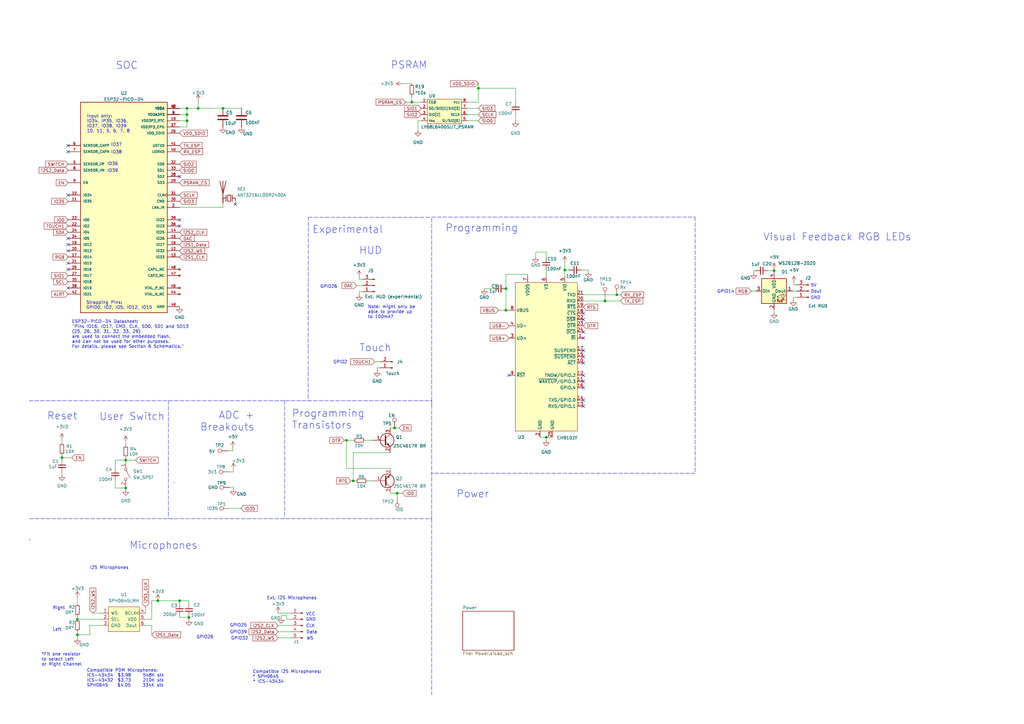
<source format=kicad_sch>
(kicad_sch (version 20211123) (generator eeschema)
  (paper "A3")
  (title_block (title "Open Source Smart Glasses") (date "2022-10-14") (rev "V0.5") (company "Team Open Smart Glasses") (comment 1 "Cayden Pierce, Paul Hamilton, Nicholas Gray") (comment 2 "MIT License"))
  (junction (at 51.562 188.722))
  (junction (at 31.75 260.35))
  (junction (at 73.66 246.38))
  (junction (at 77.47 253.238))
  (junction (at 31.75 254))
  (junction (at 76.708 44.45))
  (junction (at 76.708 46.99))
  (junction (at 76.708 49.53))
  (junction (at 248.158 123.444))
  (junction (at 317.5 110.998))
  (junction (at 144.907 197.231))
  (junction (at 81.28 44.45))
  (junction (at 207.518 127.254))
  (junction (at 168.91 41.91))
  (junction (at 91.44 44.45))
  (junction (at 162.9156 202.311))
  (junction (at 51.562 200.152))
  (junction (at 231.648 110.744))
  (junction (at 196.215 36.195))
  (junction (at 207.518 118.364))
  (junction (at 25.4 187.706))
  (junction (at 224.028 179.324))
  (junction (at 161.8234 175.514))
  (junction (at 252.984 120.904))
  (junction (at 142.113 180.594))
  (junction (at 64.77 246.38))
  (no_connect (at 27.94 110.49))
  (no_connect (at 239.268 131.064))
  (no_connect (at 96.52 83.82))
  (no_connect (at 239.268 143.764))
  (no_connect (at 239.268 146.304))
  (no_connect (at 239.268 136.144))
  (no_connect (at 27.94 59.69))
  (no_connect (at 239.268 148.844))
  (no_connect (at 239.268 138.684))
  (no_connect (at 208.788 153.924))
  (no_connect (at 73.66 92.71))
  (no_connect (at 73.66 72.39))
  (no_connect (at 239.268 156.464))
  (no_connect (at 27.94 102.87))
  (no_connect (at 27.94 107.95))
  (no_connect (at 27.94 118.11))
  (no_connect (at 27.94 100.33))
  (no_connect (at 27.94 97.79))
  (no_connect (at 73.66 90.17))
  (no_connect (at 27.94 80.01))
  (no_connect (at 27.94 62.23))
  (no_connect (at 239.268 128.524))
  (no_connect (at 239.268 164.084))
  (no_connect (at 239.268 166.624))
  (no_connect (at 239.268 153.924))
  (no_connect (at 239.268 159.004))
  (wire (pts (xy 231.648 110.744) (xy 231.648 113.284)))
  (wire (pts (xy 171.45 53.34) (xy 171.45 49.53)))
  (wire (pts (xy 145.7198 197.231) (xy 144.907 197.231)))
  (wire (pts (xy 239.268 120.904) (xy 252.984 120.904)))
  (wire (pts (xy 196.215 41.91) (xy 196.215 36.195)))
  (wire (pts (xy 47.244 188.722) (xy 51.562 188.722)))
  (wire (pts (xy 238.506 110.744) (xy 241.3 110.744)))
  (wire (pts (xy 143.891 197.231) (xy 144.907 197.231)))
  (polyline (pts (xy 126.492 89.154) (xy 176.784 89.154)))
  (wire (pts (xy 221.488 179.324) (xy 224.028 179.324)))
  (wire (pts (xy 309.88 110.998) (xy 309.118 110.998)))
  (wire (pts (xy 51.562 200.152) (xy 47.244 200.152)))
  (wire (pts (xy 224.028 179.324) (xy 226.568 179.324)))
  (wire (pts (xy 204.47 127.254) (xy 207.518 127.254)))
  (wire (pts (xy 95.758 200.406) (xy 95.758 199.898)))
  (wire (pts (xy 31.75 252.73) (xy 31.75 254)))
  (wire (pts (xy 25.4 187.706) (xy 25.4 188.722)))
  (wire (pts (xy 51.562 199.644) (xy 51.562 200.152)))
  (polyline (pts (xy 12.065 212.725) (xy 177.038 212.725)))
  (wire (pts (xy 73.66 253.238) (xy 73.66 252.73)))
  (polyline (pts (xy 69.088 164.338) (xy 69.088 212.725)))
  (polyline (pts (xy 177.038 89.027) (xy 285.115 89.027)))
  (wire (pts (xy 114.046 259.08) (xy 119.126 259.08)))
  (wire (pts (xy 144.907 185.674) (xy 144.907 197.231)))
  (wire (pts (xy 51.562 188.722) (xy 55.626 188.722)))
  (wire (pts (xy 202.438 118.364) (xy 198.628 118.364)))
  (polyline (pts (xy 177.038 212.725) (xy 177.038 284.988)))
  (polyline (pts (xy 285.0896 89.0016) (xy 285.0896 194.1068)))
  (polyline (pts (xy 285.0896 194.1068) (xy 176.9872 194.1068)))
  (wire (pts (xy 165.1 34.29) (xy 168.91 34.29)))
  (wire (pts (xy 148.59 114.554) (xy 147.32 114.554)))
  (polyline (pts (xy 12.1158 220.98) (xy 12.1158 221.5896)))
  (wire (pts (xy 207.518 118.364) (xy 207.518 127.254)))
  (wire (pts (xy 146.304 117.094) (xy 148.59 117.094)))
  (polyline (pts (xy 116.713 164.338) (xy 116.713 212.725)))
  (polyline (pts (xy 177.038 164.338) (xy 177.038 165.989)))
  (wire (pts (xy 76.708 49.53) (xy 76.708 46.99)))
  (wire (pts (xy 224.028 179.324) (xy 224.028 180.34)))
  (wire (pts (xy 168.91 39.37) (xy 168.91 41.91)))
  (wire (pts (xy 150.7998 197.231) (xy 152.527 197.231)))
  (wire (pts (xy 77.47 253.238) (xy 77.47 254)))
  (wire (pts (xy 196.215 36.195) (xy 211.455 36.195)))
  (wire (pts (xy 51.562 187.706) (xy 51.562 188.722)))
  (polyline (pts (xy 11.938 164.338) (xy 71.501 164.338)))
  (wire (pts (xy 224.028 103.378) (xy 224.028 105.664)))
  (wire (pts (xy 115.316 252.476) (xy 115.316 253.111)))
  (wire (pts (xy 73.66 46.99) (xy 76.708 46.99)))
  (wire (pts (xy 191.77 41.91) (xy 196.215 41.91)))
  (wire (pts (xy 144.78 180.594) (xy 142.113 180.594)))
  (wire (pts (xy 196.215 34.29) (xy 196.215 36.195)))
  (wire (pts (xy 166.37 41.91) (xy 168.91 41.91)))
  (wire (pts (xy 165.1 202.311) (xy 162.9156 202.311)))
  (wire (pts (xy 317.5 110.49) (xy 317.5 110.998)))
  (wire (pts (xy 252.984 120.904) (xy 254.508 120.904)))
  (wire (pts (xy 76.708 44.45) (xy 81.28 44.45)))
  (wire (pts (xy 95.504 184.912) (xy 93.472 184.912)))
  (wire (pts (xy 62.23 256.54) (xy 62.23 260.35)))
  (polyline (pts (xy 117.094 164.338) (xy 177.038 164.338)))
  (wire (pts (xy 248.158 123.444) (xy 254.508 123.444)))
  (wire (pts (xy 207.518 127.254) (xy 208.788 127.254)))
  (wire (pts (xy 119.126 254) (xy 117.602 254)))
  (wire (pts (xy 95.504 183.642) (xy 95.504 184.912)))
  (wire (pts (xy 326.644 121.92) (xy 325.374 121.92)))
  (wire (pts (xy 191.77 49.53) (xy 196.215 49.53)))
  (wire (pts (xy 94.234 208.534) (xy 98.806 208.534)))
  (wire (pts (xy 77.47 252.73) (xy 77.47 253.238)))
  (wire (pts (xy 219.71 103.378) (xy 224.028 103.378)))
  (wire (pts (xy 211.455 46.99) (xy 211.455 49.53)))
  (wire (pts (xy 154.686 150.876) (xy 154.686 151.892)))
  (wire (pts (xy 95.758 192.532) (xy 95.758 193.548)))
  (wire (pts (xy 241.3 110.744) (xy 241.3 111.252)))
  (wire (pts (xy 73.66 49.53) (xy 76.708 49.53)))
  (wire (pts (xy 95.758 193.548) (xy 93.98 193.548)))
  (wire (pts (xy 216.408 113.284) (xy 216.408 112.522)))
  (wire (pts (xy 114.046 256.54) (xy 119.126 256.54)))
  (polyline (pts (xy 126.365 115.951) (xy 126.365 164.465)))
  (wire (pts (xy 36.83 260.35) (xy 31.75 260.35)))
  (wire (pts (xy 73.66 246.38) (xy 73.66 247.65)))
  (wire (pts (xy 47.244 200.152) (xy 47.244 197.104)))
  (wire (pts (xy 73.66 44.45) (xy 76.708 44.45)))
  (wire (pts (xy 59.69 254) (xy 62.23 254)))
  (wire (pts (xy 91.44 44.45) (xy 99.06 44.45)))
  (wire (pts (xy 142.113 180.594) (xy 142.113 192.151)))
  (wire (pts (xy 31.75 245.11) (xy 31.75 247.65)))
  (wire (pts (xy 73.66 246.38) (xy 77.47 246.38)))
  (wire (pts (xy 59.69 256.54) (xy 62.23 256.54)))
  (polyline (pts (xy 126.492 115.57) (xy 126.492 89.154)))
  (wire (pts (xy 142.113 192.151) (xy 160.147 192.151)))
  (wire (pts (xy 162.9156 202.311) (xy 162.9156 203.8858)))
  (wire (pts (xy 41.91 254) (xy 31.75 254)))
  (wire (pts (xy 325.628 116.84) (xy 325.628 115.824)))
  (wire (pts (xy 41.91 256.54) (xy 36.83 256.54)))
  (wire (pts (xy 47.244 192.024) (xy 47.244 188.722)))
  (wire (pts (xy 161.8234 175.514) (xy 160.02 175.514)))
  (wire (pts (xy 147.32 119.634) (xy 147.32 120.65)))
  (wire (pts (xy 325.374 121.92) (xy 325.374 122.936)))
  (wire (pts (xy 91.44 85.09) (xy 91.44 83.82)))
  (wire (pts (xy 117.602 252.476) (xy 115.316 252.476)))
  (wire (pts (xy 309.118 110.998) (xy 309.118 111.76)))
  (wire (pts (xy 168.91 41.91) (xy 172.72 41.91)))
  (wire (pts (xy 231.648 110.744) (xy 233.426 110.744)))
  (wire (pts (xy 141.224 180.594) (xy 142.113 180.594)))
  (wire (pts (xy 31.75 259.08) (xy 31.75 260.35)))
  (wire (pts (xy 148.59 119.634) (xy 147.32 119.634)))
  (wire (pts (xy 62.23 254) (xy 62.23 246.38)))
  (wire (pts (xy 31.75 260.35) (xy 31.75 261.62)))
  (wire (pts (xy 117.602 254) (xy 117.602 252.476)))
  (wire (pts (xy 224.028 110.744) (xy 224.028 113.284)))
  (wire (pts (xy 36.83 256.54) (xy 36.83 260.35)))
  (wire (pts (xy 248.158 121.92) (xy 248.158 123.444)))
  (wire (pts (xy 317.5 127) (xy 317.5 128.016)))
  (wire (pts (xy 73.66 52.07) (xy 76.708 52.07)))
  (wire (pts (xy 308.102 119.38) (xy 309.88 119.38)))
  (wire (pts (xy 191.77 44.45) (xy 196.215 44.45)))
  (wire (pts (xy 160.02 185.674) (xy 144.907 185.674)))
  (polyline (pts (xy 177.038 165.989) (xy 177.038 212.725)))
  (wire (pts (xy 314.96 110.998) (xy 317.5 110.998)))
  (wire (pts (xy 317.5 110.998) (xy 317.5 111.76)))
  (wire (pts (xy 119.126 251.46) (xy 114.046 251.46)))
  (wire (pts (xy 155.956 150.876) (xy 154.686 150.876)))
  (wire (pts (xy 64.77 246.38) (xy 73.66 246.38)))
  (wire (pts (xy 25.4 193.802) (xy 25.4 194.564)))
  (wire (pts (xy 239.268 123.444) (xy 248.158 123.444)))
  (wire (pts (xy 51.562 200.152) (xy 51.562 200.66)))
  (polyline (pts (xy 71.247 197.866) (xy 71.501 197.866)))
  (wire (pts (xy 207.518 112.522) (xy 207.518 118.364)))
  (wire (pts (xy 76.708 46.99) (xy 76.708 44.45)))
  (wire (pts (xy 207.518 112.522) (xy 216.408 112.522)))
  (wire (pts (xy 73.66 85.09) (xy 91.44 85.09)))
  (wire (pts (xy 76.708 52.07) (xy 76.708 49.53)))
  (wire (pts (xy 25.4 180.34) (xy 25.4 181.61)))
  (wire (pts (xy 114.046 261.62) (xy 119.126 261.62)))
  (wire (pts (xy 62.23 246.38) (xy 64.77 246.38)))
  (wire (pts (xy 51.562 181.356) (xy 51.562 182.626)))
  (wire (pts (xy 51.562 188.722) (xy 51.562 189.484)))
  (wire (pts (xy 219.71 105.156) (xy 219.71 103.378)))
  (wire (pts (xy 59.69 248.92) (xy 59.69 251.46)))
  (wire (pts (xy 81.28 44.45) (xy 91.44 44.45)))
  (wire (pts (xy 153.67 148.336) (xy 155.956 148.336)))
  (wire (pts (xy 231.648 107.696) (xy 231.648 110.744)))
  (wire (pts (xy 38.1 251.46) (xy 41.91 251.46)))
  (wire (pts (xy 77.47 253.238) (xy 73.66 253.238)))
  (wire (pts (xy 147.32 114.554) (xy 147.32 113.538)))
  (wire (pts (xy 211.455 36.195) (xy 211.455 41.91)))
  (wire (pts (xy 149.86 180.594) (xy 152.4 180.594)))
  (wire (pts (xy 25.4 187.706) (xy 29.464 187.706)))
  (wire (pts (xy 95.758 199.898) (xy 94.234 199.898)))
  (polyline (pts (xy 71.501 164.338) (xy 117.094 164.338)))
  (polyline (pts (xy 177.038 164.338) (xy 177.038 89.027)))
  (wire (pts (xy 191.77 46.99) (xy 196.215 46.99)))
  (wire (pts (xy 162.9156 202.311) (xy 160.147 202.311)))
  (wire (pts (xy 163.703 175.514) (xy 161.8234 175.514)))
  (wire (pts (xy 25.4 186.69) (xy 25.4 187.706)))
  (wire (pts (xy 77.47 247.65) (xy 77.47 246.38)))
  (wire (pts (xy 171.45 49.53) (xy 172.72 49.53)))
  (wire (pts (xy 325.12 119.38) (xy 326.644 119.38)))
  (wire (pts (xy 81.28 41.402) (xy 81.28 44.45)))
  (wire (pts (xy 326.644 116.84) (xy 325.628 116.84)))
  (text "Ext. i2S Microphones" (at 109.474 246.126 0) (effects (font (size 1.27 1.27)) (justify left bottom)))
  (text "GPIO32" (at 94.742 262.636 0) (effects (font (size 1.27 1.27)) (justify left bottom)))
  (text "GPIO25" (at 94.234 257.302 0) (effects (font (size 1.27 1.27)) (justify left bottom)))
  (text "HUD" (at 156.718 104.648 180) (effects (font (size 3 3)) (justify right bottom)))
  (text "5V" (at 332.486 117.856 0) (effects (font (size 1.27 1.27)) (justify left bottom)))
  (text "Right" (at 21.59 250.19 0) (effects (font (size 1.27 1.27)) (justify left bottom)))
  (text "SOC" (at 56.642 28.702 180) (effects (font (size 3 3)) (justify right bottom)))
  (text "Programming\n" (at 212.5472 95.4024 180) (effects (font (size 3 3)) (justify right bottom)))
  (text "GND" (at 332.486 122.936 0) (effects (font (size 1.27 1.27)) (justify left bottom)))
  (text "GPIO39" (at 94.234 260.096 0) (effects (font (size 1.27 1.27)) (justify left bottom)))
  (text "Reset" (at 31.75 172.466 180) (effects (font (size 3 3)) (justify right bottom)))
  (text "Input only:\nIO34, IP35, IO36,\nIO37, IO38, IO39\n10, 11, 5, 6, 7, 8" (at 35.56 54.61 0) (effects (font (size 1.27 1.27)) (justify left bottom)))
  (text "Visual Feedback RGB LEDs" (at 373.888 99.06 180) (effects (font (size 3 3)) (justify right bottom)))
  (text "GND" (at 125.476 254.889 0) (effects (font (size 1.27 1.27)) (justify left bottom)))
  (text "Touch" (at 160.528 144.526 180) (effects (font (size 3 3)) (justify right bottom)))
  (text "*Fit one resistor\nto select Left \nor Right Channel" (at 17.018 273.304 0) (effects (font (size 1.27 1.27)) (justify left bottom)))
  (text "ESP32-PICO-D4 Datasheet: \n\"Pins IO16, IO17, CMD, CLK, SD0, SD1 and SD13\n(25, 26, 30, 31, 32, 33, 29)\nare used to connect the embedded flash, \nand can not be used for other purposes. \nFor details, please see Section 6 Schematics.\"" (at 29.464 143.002 0) (effects (font (size 1.27 1.27)) (justify left bottom)))
  (text "IO36" (at 43.942 68.072 0) (effects (font (size 1.27 1.27)) (justify left bottom)))
  (text "GPIO2" (at 136.652 149.352 0) (effects (font (size 1.27 1.27)) (justify left bottom)))
  (text "Left" (at 21.59 259.08 0) (effects (font (size 1.27 1.27)) (justify left bottom)))
  (text "Note: might only be\nable to provide up\nto 100mA?" (at 150.876 130.81 0) (effects (font (size 1.27 1.27)) (justify left bottom)))
  (text "Microphones" (at 81.1276 225.6028 180) (effects (font (size 3 3)) (justify right bottom)))
  (text "Compatible PDM Microphones:\nICS-43434  $3.98     548K stk\nICS-43432  $3.73     210K stk\nSPH0645    $4.05     334K stk" (at 35.56 281.94 0) (effects (font (size 1.27 1.27)) (justify left bottom)))
  (text "User Switch" (at 67.564 172.72 180) (effects (font (size 3 3)) (justify right bottom)))
  (text "ADC +\nBreakouts" (at 104.394 177.038 180) (effects (font (size 3 3)) (justify right bottom)))
  (text "GPIO26" (at 80.518 262.128 0) (effects (font (size 1.27 1.27)) (justify left bottom)))
  (text "Strapping Pins:\nGPIO0, IO2, IO5, IO12, IO15" (at 35.306 127 0) (effects (font (size 1.27 1.27)) (justify left bottom)))
  (text "PSRAM" (at 175.26 28.575 180) (effects (font (size 3 3)) (justify right bottom)))
  (text "CLK" (at 125.476 257.556 0) (effects (font (size 1.27 1.27)) (justify left bottom)))
  (text "Power\n" (at 200.66 204.47 180) (effects (font (size 3 3)) (justify right bottom)))
  (text "I2S Microphones" (at 36.83 233.68 0) (effects (font (size 1.27 1.27)) (justify left bottom)))
  (text "WS" (at 125.73 262.636 0) (effects (font (size 1.27 1.27)) (justify left bottom)))
  (text "Data" (at 125.603 260.096 0) (effects (font (size 1.27 1.27)) (justify left bottom)))
  (text "Compatible i2S Microphones:\n* SPH0645\n* ICS-43434" (at 103.632 280.416 0) (effects (font (size 1.27 1.27)) (justify left bottom)))
  (text "Experimental" (at 157.226 96.012 180) (effects (font (size 3 3)) (justify right bottom)))
  (text "GPIO14" (at 294.132 120.396 0) (effects (font (size 1.27 1.27)) (justify left bottom)))
  (text "VCC" (at 125.476 252.73 0) (effects (font (size 1.27 1.27)) (justify left bottom)))
  (text "GPIO26" (at 131.318 118.364 0) (effects (font (size 1.27 1.27)) (justify left bottom)))
  (text "IO39" (at 43.942 70.866 0) (effects (font (size 1.27 1.27)) (justify left bottom)))
  (text "IO38" (at 45.466 63.246 0) (effects (font (size 1.27 1.27)) (justify left bottom)))
  (text "Programming\nTransistors\n" (at 119.634 176.276 0) (effects (font (size 3 3)) (justify left bottom)))
  (text "IO37" (at 45.466 60.198 0) (effects (font (size 1.27 1.27)) (justify left bottom)))
  (text "Dout" (at 332.486 120.396 0) (effects (font (size 1.27 1.27)) (justify left bottom)))
  (global_label "TX_ESP" (shape input) (at 73.66 59.69 0) (property "Intersheet References" "${INTERSHEET_REFS}" (effects hide)))
  (global_label "USB+" (shape input) (at 208.788 138.684 180) (property "Intersheet References" "${INTERSHEET_REFS}" (effects hide)))
  (global_label "SCLK" (shape input) (at 196.215 46.99 0) (property "Intersheet References" "${INTERSHEET_REFS}" (effects hide)))
  (global_label "IO0" (shape input) (at 165.1 202.311 0) (property "Intersheet References" "${INTERSHEET_REFS}" (effects hide)))
  (global_label "VDD_SDIO" (shape input) (at 73.66 54.61 0) (property "Intersheet References" "${INTERSHEET_REFS}" (effects hide)))
  (global_label "EN" (shape input) (at 27.94 74.93 180) (property "Intersheet References" "${INTERSHEET_REFS}" (effects hide)))
  (global_label "TOUCH1" (shape input) (at 153.67 148.336 180) (property "Intersheet References" "${INTERSHEET_REFS}" (effects hide)))
  (global_label "VDD_SDIO" (shape input) (at 196.215 34.29 180) (property "Intersheet References" "${INTERSHEET_REFS}" (effects hide)))
  (global_label "TOUCH1" (shape input) (at 27.94 92.71 180) (property "Intersheet References" "${INTERSHEET_REFS}" (effects hide)))
  (global_label "ALRT" (shape input) (at 27.94 120.65 180) (property "Intersheet References" "${INTERSHEET_REFS}" (effects hide)))
  (global_label "i2S1_CLK" (shape input) (at 73.66 105.41 0) (property "Intersheet References" "${INTERSHEET_REFS}" (effects hide)))
  (global_label "DTR" (shape input) (at 239.268 133.604 0) (property "Intersheet References" "${INTERSHEET_REFS}" (effects hide)))
  (global_label "DTR" (shape input) (at 141.224 180.594 180) (property "Intersheet References" "${INTERSHEET_REFS}" (effects hide)))
  (global_label "SIO3" (shape input) (at 73.66 82.55 0) (property "Intersheet References" "${INTERSHEET_REFS}" (effects hide)))
  (global_label "DAC" (shape input) (at 146.304 117.094 180) (property "Intersheet References" "${INTERSHEET_REFS}" (effects hide)))
  (global_label "i2S2_CLK" (shape input) (at 114.046 256.54 180) (property "Intersheet References" "${INTERSHEET_REFS}" (effects hide)))
  (global_label "RGB" (shape input) (at 308.102 119.38 180) (property "Intersheet References" "${INTERSHEET_REFS}" (effects hide)))
  (global_label "DAC" (shape input) (at 73.66 97.79 0) (property "Intersheet References" "${INTERSHEET_REFS}" (effects hide)))
  (global_label "RX_ESP" (shape input) (at 73.66 62.23 0) (property "Intersheet References" "${INTERSHEET_REFS}" (effects hide)))
  (global_label "SIO3" (shape input) (at 196.215 44.45 0) (property "Intersheet References" "${INTERSHEET_REFS}" (effects hide)))
  (global_label "i2S2_WS" (shape input) (at 38.1 251.46 90) (property "Intersheet References" "${INTERSHEET_REFS}" (effects hide)))
  (global_label "RTS" (shape input) (at 143.891 197.231 180) (property "Intersheet References" "${INTERSHEET_REFS}" (effects hide)))
  (global_label "PSRAM_CS" (shape input) (at 166.37 41.91 180) (property "Intersheet References" "${INTERSHEET_REFS}" (effects hide)))
  (global_label "RGB" (shape input) (at 27.94 105.41 180) (property "Intersheet References" "${INTERSHEET_REFS}" (effects hide)))
  (global_label "i2S1_CLK" (shape input) (at 59.69 248.92 90) (property "Intersheet References" "${INTERSHEET_REFS}" (effects hide)))
  (global_label "IO35" (shape input) (at 98.806 208.534 0) (property "Intersheet References" "${INTERSHEET_REFS}" (effects hide)))
  (global_label "IO0" (shape input) (at 27.94 90.17 180) (property "Intersheet References" "${INTERSHEET_REFS}" (effects hide)))
  (global_label "i2S2_Data" (shape input) (at 27.94 69.85 180) (property "Intersheet References" "${INTERSHEET_REFS}" (effects hide)))
  (global_label "i2S2_WS" (shape input) (at 114.046 261.62 180) (property "Intersheet References" "${INTERSHEET_REFS}" (effects hide)))
  (global_label "SCLK" (shape input) (at 73.66 80.01 0) (property "Intersheet References" "${INTERSHEET_REFS}" (effects hide)))
  (global_label "TX_ESP" (shape input) (at 254.508 123.444 0) (property "Intersheet References" "${INTERSHEET_REFS}" (effects hide)))
  (global_label "SIO0" (shape input) (at 73.66 69.85 0) (property "Intersheet References" "${INTERSHEET_REFS}" (effects hide)))
  (global_label "USB-" (shape input) (at 208.788 133.604 180) (property "Intersheet References" "${INTERSHEET_REFS}" (effects hide)))
  (global_label "EN" (shape input) (at 29.464 187.706 0) (property "Intersheet References" "${INTERSHEET_REFS}" (effects hide)))
  (global_label "SIO1" (shape input) (at 172.72 44.45 180) (property "Intersheet References" "${INTERSHEET_REFS}" (effects hide)))
  (global_label "i2S1_Data" (shape input) (at 73.66 100.33 0) (property "Intersheet References" "${INTERSHEET_REFS}" (effects hide)))
  (global_label "SIO1" (shape input) (at 27.94 113.03 180) (property "Intersheet References" "${INTERSHEET_REFS}" (effects hide)))
  (global_label "SIO0" (shape input) (at 196.215 49.53 0) (property "Intersheet References" "${INTERSHEET_REFS}" (effects hide)))
  (global_label "SIO2" (shape input) (at 73.66 67.31 0) (property "Intersheet References" "${INTERSHEET_REFS}" (effects hide)))
  (global_label "VBUS" (shape input) (at 204.47 127.254 180) (property "Intersheet References" "${INTERSHEET_REFS}" (effects hide)))
  (global_label "i2S2_WS" (shape input) (at 73.66 102.87 0) (property "Intersheet References" "${INTERSHEET_REFS}" (effects hide)))
  (global_label "PSRAM_CS" (shape input) (at 73.66 74.93 0) (property "Intersheet References" "${INTERSHEET_REFS}" (effects hide)))
  (global_label "SDA" (shape input) (at 27.94 95.25 180) (property "Intersheet References" "${INTERSHEET_REFS}" (effects hide)))
  (global_label "IO35" (shape input) (at 27.94 82.55 180) (property "Intersheet References" "${INTERSHEET_REFS}" (effects hide)))
  (global_label "SWITCH" (shape input) (at 55.626 188.722 0) (property "Intersheet References" "${INTERSHEET_REFS}" (effects hide)))
  (global_label "i2S1_Data" (shape input) (at 62.23 260.35 0) (property "Intersheet References" "${INTERSHEET_REFS}" (effects hide)))
  (global_label "SWITCH" (shape input) (at 27.94 67.31 180) (property "Intersheet References" "${INTERSHEET_REFS}" (effects hide)))
  (global_label "i2S2_Data" (shape input) (at 114.046 259.08 180) (property "Intersheet References" "${INTERSHEET_REFS}" (effects hide)))
  (global_label "EN" (shape input) (at 163.703 175.514 0) (property "Intersheet References" "${INTERSHEET_REFS}" (effects hide)))
  (global_label "SIO2" (shape input) (at 172.72 46.99 180) (property "Intersheet References" "${INTERSHEET_REFS}" (effects hide)))
  (global_label "RX_ESP" (shape input) (at 254.508 120.904 0) (property "Intersheet References" "${INTERSHEET_REFS}" (effects hide)))
  (global_label "RTS" (shape input) (at 239.268 125.984 0) (property "Intersheet References" "${INTERSHEET_REFS}" (effects hide)))
  (global_label "i2S2_CLK" (shape input) (at 73.66 95.25 0) (property "Intersheet References" "${INTERSHEET_REFS}" (effects hide)))
  (global_label "SCL" (shape input) (at 27.94 115.57 180) (property "Intersheet References" "${INTERSHEET_REFS}" (effects hide)))
  (symbol (lib_id "OSSG_components_lib:SPH0645LMH") (at 50.8 254 0) (unit 1)
    (property "Reference" "U1" (at 50.8 243.84 0))
    (property "Value" "SPH0645LMH" (at 50.8 246.38 0))
    (property "Footprint" "OSSG_footprints:MIC_SPH0645LM4H-B" (effects hide))
  )
  (symbol (lib_id "Connector:TestPoint") (at 161.8234 175.514 0) (unit 1)
    (property "Reference" "TP5" (at 156.972 173.736 0) (effects (justify left)))
    (property "Value" "EN" (at 159.2834 170.434 0) (effects (justify left)))
    (property "Footprint" "OSSG_footprints:Breakout_pads_very_small" (effects hide))
  )
  (symbol (lib_id "power:+3V3") (at 165.1 34.29 90) (unit 1)
    (property "Reference" "#PWR0109" (effects hide))
    (property "Value" "+3V3" (at 161.29 34.2899 90) (effects (justify left)))
  )
  (symbol (lib_id "power:GND") (at 317.5 128.016 0) (unit 1)
    (property "Reference" "#PWR024" (effects hide))
    (property "Value" "GND" (at 317.5 131.826 0))
  )
  (symbol (lib_id "power:GND") (at 51.562 200.66 0) (unit 1)
    (property "Reference" "#PWR08" (effects hide))
    (property "Value" "GND" (at 51.562 205.359 0))
  )
  (symbol (lib_id "power:GND") (at 241.3 111.252 0) (unit 1)
    (property "Reference" "#PWR022" (effects hide))
    (property "Value" "GND" (at 241.3 114.808 0))
  )
  (symbol (lib_id "Device:C_Small") (at 211.455 44.45 0) (mirror y) (unit 1)
    (property "Reference" "C7" (at 209.931 42.672 0) (effects (justify left)))
    (property "Value" "100nF" (at 210.439 46.482 0) (effects (justify left)))
    (property "Footprint" "Capacitor_SMD:C_0402_1005Metric" (effects hide))
    (property "Datasheet" "https://datasheet.lcsc.com/lcsc/1811141742_FH-Guangdong-Fenghua-Advanced-Tech-0402B104K160NT_C41851.pdf" (effects hide))
    (property "MPN_LCSC" "C41851" (effects hide))
    (property "Price_LCSC" "0.0009" (effects hide))
    (property "LinkLCSC" "https://lcsc.com/product-detail/Multilayer-Ceramic-Capacitors-MLCC-SMD-SMT_FH-Guangdong-Fenghua-Advanced-Tech-0402B104K160NT_C41851.html" (effects hide))
  )
  (symbol (lib_id "power:GND") (at 309.118 111.76 0) (unit 1)
    (property "Reference" "#PWR0102" (effects hide))
    (property "Value" "GND" (at 305.816 114.046 0))
  )
  (symbol (lib_id "Device:C_Small") (at 312.42 110.998 270) (unit 1)
    (property "Reference" "C20" (at 312.674 108.204 90) (effects (justify left)))
    (property "Value" "1uF" (at 308.102 108.458 90) (effects (justify left)))
    (property "Footprint" "Capacitor_SMD:C_0402_1005Metric" (effects hide))
    (property "Datasheet" "https://search.murata.co.jp/Ceramy/image/img/A01X/G101/ENG/GRT155C80J105KE01-01.pdf" (effects hide))
    (property "DigiKeyLink" "https://www.digikey.ca/en/products/detail/murata-electronics/GRT155C80J105KE01J/13904934" (effects hide))
    (property "Price" "0.0448" (effects hide))
    (property "MPN" "490-GRT155C80J105KE01JCT-ND" (effects hide))
    (property "MPN_LCSC" "C14445" (effects hide))
    (property "Price_LCSC" "0.0018" (effects hide))
    (property "LCSCLink" "https://lcsc.com/product-detail/Multilayer-Ceramic-Capacitors-MLCC-SMD-SMT_Samsung-Electro-Mechanics-CL05A105KP5NNNC_C14445.html" (effects hide))
  )
  (symbol (lib_id "power:GND") (at 154.686 151.892 0) (unit 1)
    (property "Reference" "#PWR0101" (effects hide))
    (property "Value" "GND" (at 154.686 156.3354 0))
  )
  (symbol (lib_id "Connector:TestPoint") (at 94.234 199.898 90) (unit 1)
    (property "Reference" "TP9" (at 92.71 198.12 90) (effects (justify left)))
    (property "Value" "GND" (at 89.408 199.898 90) (effects (justify left)))
    (property "Footprint" "OSSG_footprints:Breakout_pads_small" (effects hide))
  )
  (symbol (lib_id "power:+5V") (at 317.5 110.49 0) (unit 1)
    (property "Reference" "#PWR023" (effects hide))
    (property "Value" "+5V" (at 317.5 105.41 0))
  )
  (symbol (lib_id "Connector:TestPoint") (at 248.158 121.92 0) (unit 1)
    (property "Reference" "TP13" (at 245.872 114.554 0) (effects (justify left)))
    (property "Value" "Tx" (at 245.999 116.586 0) (effects (justify left)))
    (property "Footprint" "OSSG_footprints:Breakout_pads_very_small" (effects hide))
  )
  (symbol (lib_id "Device:R_Small") (at 147.32 180.594 90) (unit 1)
    (property "Reference" "R5" (at 147.32 178.943 90))
    (property "Value" "10K" (at 147.32 182.753 90))
    (property "Footprint" "Resistor_SMD:R_0402_1005Metric" (effects hide))
    (property "Datasheet" "https://www.seielect.com/catalog/sei-rmcf_rmcp.pdf" (effects hide))
    (property "DigiKeyLink" "https://www.digikey.ca/en/products/detail/stackpole-electronics-inc/RMCF0402JT10K0/1758206" (effects hide))
    (property "MPN" "RMCF0402JT10K0CT-ND" (effects hide))
    (property "Price" "0.018" (effects hide))
    (property "MPN_LCSC" "C2906885" (effects hide))
    (property "Price_LCSC" "0.0005" (effects hide))
    (property "LCSCLink" "https://lcsc.com/product-detail/Chip-span-style-background-color-ff0-Resistor-span-Surface-Mount_FOJAN-FRC0402J103-TS_C2906885.html" (effects hide))
  )
  (symbol (lib_id "Connector:TestPoint") (at 93.472 184.912 90) (unit 1)
    (property "Reference" "TP2" (at 91.948 182.626 90) (effects (justify left)))
    (property "Value" "5V" (at 88.138 185.166 90) (effects (justify left)))
    (property "Footprint" "OSSG_footprints:Breakout_pads_small" (effects hide))
  )
  (symbol (lib_id "Device:Q_NPN_BEC") (at 157.607 197.231 0) (mirror x) (unit 1)
    (property "Reference" "Q2" (at 162.306 196.342 0) (effects (justify left)))
    (property "Value" "2SC4617R BR" (at 161.29 199.39 0) (effects (justify left)))
    (property "Footprint" "Package_TO_SOT_SMD:SOT-523" (effects hide))
    (property "LCSCLink" "https://lcsc.com/product-detail/Bipolar-Transistors-BJT_CBI-2SC4617R-BR_C2836080.html" (effects hide))
    (property "Price_LCSC" "0.0163" (effects hide))
    (property "MPN_LCSC" "C2836080" (effects hide))
  )
  (symbol (lib_id "Device:C_Small") (at 73.66 250.19 0) (mirror x) (unit 1)
    (property "Reference" "C3" (at 70.104 248.412 0) (effects (justify left)))
    (property "Value" "200pF" (at 66.802 251.968 0) (effects (justify left)))
    (property "Footprint" "Capacitor_SMD:C_0402_1005Metric" (effects hide))
    (property "Datasheet" "https://datasheet.lcsc.com/lcsc/1811141742_FH-Guangdong-Fenghua-Advanced-Tech-0402B104K160NT_C41851.pdf" (effects hide))
    (property "MPN_LCSC" "C41851" (effects hide))
    (property "Price_LCSC" "0.0009" (effects hide))
    (property "LinkLCSC" "https://lcsc.com/product-detail/Multilayer-Ceramic-Capacitors-MLCC-SMD-SMT_FH-Guangdong-Fenghua-Advanced-Tech-0402B104K160NT_C41851.html" (effects hide))
  )
  (symbol (lib_id "power:GND") (at 115.316 253.111 0) (unit 1)
    (property "Reference" "#PWR015" (effects hide))
    (property "Value" "GND" (at 113.03 253.4412 0))
  )
  (symbol (lib_id "power:+3.3V") (at 147.32 113.538 0) (unit 1)
    (property "Reference" "#PWR0106" (effects hide))
    (property "Value" "+3.3V" (at 147.32 108.712 0))
  )
  (symbol (lib_id "power:GND") (at 95.758 200.406 0) (unit 1)
    (property "Reference" "#PWR017" (effects hide))
    (property "Value" "GND" (at 99.06 202.692 0))
  )
  (symbol (lib_id "OSSG_components_lib:WS2812C-2020") (at 317.5 119.38 0) (unit 1)
    (property "Reference" "D1" (at 321.818 111.506 0))
    (property "Value" "WS2812B-2020" (at 326.898 107.95 0))
    (property "Footprint" "OSSG_footprints:LED_WS2812C-2020" (effects hide))
    (property "LCSCLink" "https://lcsc.com/product-detail/Light-Emitting-Diodes-LED_Worldsemi-WS2812B-2020_C965555.html" (effects hide))
    (property "MPN_LCSC" "C965555" (effects hide))
  )
  (symbol (lib_id "power:GND") (at 91.44 52.07 0) (unit 1)
    (property "Reference" "#PWR011" (effects hide))
    (property "Value" "GND" (at 94.488 54.356 0))
  )
  (symbol (lib_id "power:+3.3V") (at 95.758 192.532 0) (unit 1)
    (property "Reference" "#PWR016" (effects hide))
    (property "Value" "+3.3V" (at 97.79 188.976 0))
  )
  (symbol (lib_id "power:GND") (at 198.628 118.364 0) (unit 1)
    (property "Reference" "#PWR018" (effects hide))
    (property "Value" "GND" (at 198.628 121.92 0))
  )
  (symbol (lib_id "power:GND") (at 99.06 52.07 0) (unit 1)
    (property "Reference" "#PWR012" (effects hide))
    (property "Value" "GND" (at 101.6 54.864 0))
  )
  (symbol (lib_id "wch-usb-uart:CH9102F") (at 224.028 146.304 0) (unit 1)
    (property "Reference" "U3" (at 212.344 179.324 0) (effects (justify left)))
    (property "Value" "CH9102F" (at 228.346 179.578 0) (effects (justify left)))
    (property "Footprint" "Package_DFN_QFN:QFN-24-1EP_4x4mm_P0.5mm_EP2.6x2.6mm" (effects hide))
    (property "Datasheet" "https://datasheet.lcsc.com/lcsc/2108181630_WCH-Jiangsu-Qin-Heng-CH9102F_C2858418.pdf" (effects hide))
    (property "MPN_LCSC" "C2858418" (effects hide))
    (property "Price_LCSC" "1.35" (effects hide))
  )
  (symbol (lib_id "Device:R_Small") (at 148.2598 197.231 90) (unit 1)
    (property "Reference" "R6" (at 148.2598 195.58 90))
    (property "Value" "10K" (at 148.2598 199.39 90))
    (property "Footprint" "Resistor_SMD:R_0402_1005Metric" (effects hide))
    (property "Datasheet" "https://www.seielect.com/catalog/sei-rmcf_rmcp.pdf" (effects hide))
    (property "DigiKeyLink" "https://www.digikey.ca/en/products/detail/stackpole-electronics-inc/RMCF0402JT10K0/1758206" (effects hide))
    (property "MPN" "RMCF0402JT10K0CT-ND" (effects hide))
    (property "Price" "0.018" (effects hide))
    (property "MPN_LCSC" "C2906885" (effects hide))
    (property "Price_LCSC" "0.0005" (effects hide))
    (property "LCSCLink" "https://lcsc.com/product-detail/Chip-span-style-background-color-ff0-Resistor-span-Surface-Mount_FOJAN-FRC0402J103-TS_C2906885.html" (effects hide))
  )
  (symbol (lib_id "power:GND") (at 325.374 122.936 0) (unit 1)
    (property "Reference" "#PWR025" (effects hide))
    (property "Value" "GND" (at 325.374 126.746 0))
  )
  (symbol (lib_id "Connector:Conn_01x03_Male") (at 331.724 119.38 180) (unit 1)
    (property "Reference" "J2" (at 330.2 114.046 0) (effects (justify right)))
    (property "Value" "Ext RGB" (at 331.47 125.476 0) (effects (justify right)))
    (property "Footprint" "OSSG_footprints:Solder-3P-Connector" (effects hide))
  )
  (symbol (lib_id "Device:R_Small") (at 51.562 185.166 180) (unit 1)
    (property "Reference" "R4" (at 54.61 184.15 0))
    (property "Value" "10K" (at 54.864 186.182 0))
    (property "Footprint" "Resistor_SMD:R_0402_1005Metric" (effects hide))
    (property "Datasheet" "https://www.seielect.com/catalog/sei-rmcf_rmcp.pdf" (effects hide))
    (property "DigiKeyLink" "https://www.digikey.ca/en/products/detail/stackpole-electronics-inc/RMCF0402JT10K0/1758206" (effects hide))
    (property "MPN" "RMCF0402JT10K0CT-ND" (effects hide))
    (property "Price" "0.018" (effects hide))
    (property "MPN_LCSC" "C2906885" (effects hide))
    (property "Price_LCSC" "0.0005" (effects hide))
    (property "LCSCLink" "https://lcsc.com/product-detail/Chip-span-style-background-color-ff0-Resistor-span-Surface-Mount_FOJAN-FRC0402J103-TS_C2906885.html" (effects hide))
  )
  (symbol (lib_id "power:+3.3V") (at 81.28 41.402 0) (unit 1)
    (property "Reference" "#PWR09" (effects hide))
    (property "Value" "+3.3V" (at 81.28 38.1 0))
  )
  (symbol (lib_id "power:+3.3V") (at 51.562 181.356 0) (unit 1)
    (property "Reference" "#PWR07" (effects hide))
    (property "Value" "+3.3V" (at 51.562 176.022 0))
  )
  (symbol (lib_id "power:+3.3V") (at 31.75 245.11 0) (mirror y) (unit 1)
    (property "Reference" "#PWR03" (effects hide))
    (property "Value" "+3.3V" (at 31.8008 241.3508 0))
  )
  (symbol (lib_id "Device:C_Small") (at 25.4 191.262 0) (unit 1)
    (property "Reference" "C1" (at 21.463 189.23 0) (effects (justify left)))
    (property "Value" "1uF" (at 19.939 191.389 0) (effects (justify left)))
    (property "Footprint" "Capacitor_SMD:C_0402_1005Metric" (effects hide))
    (property "Datasheet" "https://search.murata.co.jp/Ceramy/image/img/A01X/G101/ENG/GRT155C80J105KE01-01.pdf" (effects hide))
    (property "DigiKeyLink" "https://www.digikey.ca/en/products/detail/murata-electronics/GRT155C80J105KE01J/13904934" (effects hide))
    (property "Price" "0.0448" (effects hide))
    (property "MPN" "490-GRT155C80J105KE01JCT-ND" (effects hide))
    (property "MPN_LCSC" "C14445" (effects hide))
    (property "Price_LCSC" "0.0018" (effects hide))
    (property "LCSCLink" "https://lcsc.com/product-detail/Multilayer-Ceramic-Capacitors-MLCC-SMD-SMT_Samsung-Electro-Mechanics-CL05A105KP5NNNC_C14445.html" (effects hide))
  )
  (symbol (lib_id "Device:C") (at 99.06 48.26 0) (unit 1)
    (property "Reference" "C6" (at 100.584 46.228 0) (effects (justify left)))
    (property "Value" "100nF" (at 100.584 50.292 0) (effects (justify left)))
    (property "Footprint" "Capacitor_SMD:C_0402_1005Metric" (effects hide))
    (property "Datasheet" "https://media.digikey.com/pdf/Data%20Sheets/Samsung%20PDFs/CL05A104KA5NNNC.pdf" (effects hide))
    (property "DigiKeyLink" "https://www.digikey.ca/en/products/detail/samsung-electro-mechanics/CL05A104KA5NNNC/3886701" (effects hide))
    (property "Price" "0.006" (effects hide))
    (property "MPN" "1276-1043-1-ND" (effects hide))
    (property "MPN_LCSC" "C41851" (effects hide))
    (property "Price_LCSC" "0.0008" (effects hide))
    (property "LinkLCSC" "https://lcsc.com/product-detail/Multilayer-Ceramic-Capacitors-MLCC-SMD-SMT_FH-Guangdong-Fenghua-Advanced-Tech-0402B104K160NT_C41851.html" (effects hide))
  )
  (symbol (lib_id "Device:Antenna_Chip") (at 93.98 81.28 0) (mirror y) (unit 1)
    (property "Reference" "AE1" (at 97.282 77.4699 0) (effects (justify right)))
    (property "Value" "ANT3216LL00R2400A" (at 97.282 80.0099 0) (effects (justify right)))
    (property "Footprint" "OSSG_footprints:ANT3216LL00R2400A" (effects hide))
    (property "Datasheet" "https://datasheet.lcsc.com/lcsc/1810241140_YAGEO-ANT3216LL00R2400A_C293767.pdf" (effects hide))
    (property "MPN_LCSC" "C293767" (effects hide))
    (property "Price_LCSC" "0.1226" (effects hide))
  )
  (symbol (lib_id "power:GND") (at 73.66 125.73 0) (unit 1)
    (property "Reference" "#PWR010" (effects hide))
    (property "Value" "GND" (at 73.66 130.1734 0))
  )
  (symbol (lib_id "power:GND") (at 171.45 53.34 0) (unit 1)
    (property "Reference" "#PWR0108" (effects hide))
    (property "Value" "GND" (at 171.45 58.42 0))
  )
  (symbol (lib_id "power:+5V") (at 325.628 115.824 0) (unit 1)
    (property "Reference" "#PWR026" (effects hide))
    (property "Value" "+5V" (at 325.628 110.744 0))
  )
  (symbol (lib_id "power:GND") (at 147.32 120.65 0) (unit 1)
    (property "Reference" "#PWR0105" (effects hide))
    (property "Value" "GND" (at 147.32 125.0934 0))
  )
  (symbol (lib_id "Connector:TestPoint") (at 162.9156 203.8858 180) (unit 1)
    (property "Reference" "TP12" (at 161.544 205.74 0) (effects (justify left)))
    (property "Value" "IO0" (at 165.4556 208.9658 0) (effects (justify left)))
    (property "Footprint" "OSSG_footprints:Breakout_pads_very_small" (effects hide))
  )
  (symbol (lib_id "Connector:Conn_01x02_Male") (at 161.036 150.876 180) (unit 1)
    (property "Reference" "J4" (at 162.814 148.3359 0) (effects (justify right)))
    (property "Value" "Touch" (at 158.242 153.162 0) (effects (justify right)))
    (property "Footprint" "OSSG_footprints:Solder-2P-Connector" (effects hide))
  )
  (symbol (lib_id "Device:R_Small") (at 31.75 256.54 180) (unit 1)
    (property "Reference" "R3" (at 29.464 255.3716 0))
    (property "Value" "0R*" (at 28.5496 257.5052 0))
    (property "Footprint" "Resistor_SMD:R_0402_1005Metric" (effects hide))
    (property "Datasheet" "https://www.seielect.com/catalog/sei-rmcf_rmcp.pdf" (effects hide))
    (property "DigiKeyLink" "https://www.digikey.ca/en/products/detail/stackpole-electronics-inc/RMCF0402JT10K0/1758206" (effects hide))
    (property "MPN" "RMCF0402JT10K0CT-ND" (effects hide))
    (property "Price" "0.018" (effects hide))
    (property "MPN_LCSC" "C2906885" (effects hide))
    (property "Price_LCSC" "0.0005" (effects hide))
    (property "LCSCLink" "https://lcsc.com/product-detail/Chip-span-style-background-color-ff0-Resistor-span-Surface-Mount_FOJAN-FRC0402J103-TS_C2906885.html" (effects hide))
  )
  (symbol (lib_id "Switch:SW_SPST") (at 51.562 194.564 270) (unit 1)
    (property "Reference" "SW1" (at 54.61 193.2939 90) (effects (justify left)))
    (property "Value" "SW_SPST" (at 54.61 195.8339 90) (effects (justify left)))
    (property "Footprint" "OSSG_footprints:SMD_Switch_Panasonic_EVQPUL_EVQPUC_6.3x6.7" (effects hide))
    (property "Datasheet" "https://omronfs.omron.com/en_US/ecb/products/pdf/en-b3u.pdf" (effects hide))
    (property "DigiKeyLink" "https://www.digikey.ca/en/products/detail/omron-electronics-inc-emc-div/B3U-3100P-B/1811780" (effects hide))
    (property "MPN" "UK-B0249-SP25Y" (effects hide))
    (property "MPN_LCSC" "C493280" (effects hide))
  )
  (symbol (lib_id "Connector:TestPoint") (at 93.98 193.548 90) (unit 1)
    (property "Reference" "TP8" (at 92.456 191.516 90) (effects (justify left)))
    (property "Value" "3V3" (at 88.9 193.548 90) (effects (justify left)))
    (property "Footprint" "OSSG_footprints:Breakout_pads_small" (effects hide))
  )
  (symbol (lib_id "power:GND") (at 224.028 180.34 0) (unit 1)
    (property "Reference" "#PWR020" (effects hide))
    (property "Value" "GND" (at 224.028 185.42 0))
  )
  (symbol (lib_id "Device:R_Small") (at 31.75 250.19 180) (unit 1)
    (property "Reference" "R2" (at 29.464 249.0216 0))
    (property "Value" "0R*" (at 28.5496 251.1552 0))
    (property "Footprint" "Resistor_SMD:R_0402_1005Metric" (effects hide))
    (property "Datasheet" "https://www.seielect.com/catalog/sei-rmcf_rmcp.pdf" (effects hide))
    (property "DigiKeyLink" "https://www.digikey.ca/en/products/detail/stackpole-electronics-inc/RMCF0402JT10K0/1758206" (effects hide))
    (property "MPN" "RMCF0402JT10K0CT-ND" (effects hide))
    (property "Price" "0.018" (effects hide))
    (property "MPN_LCSC" "C2906885" (effects hide))
    (property "Price_LCSC" "0.0005" (effects hide))
    (property "LCSCLink" "https://lcsc.com/product-detail/Chip-span-style-background-color-ff0-Resistor-span-Surface-Mount_FOJAN-FRC0402J103-TS_C2906885.html" (effects hide))
  )
  (symbol (lib_id "Device:C_Small") (at 204.978 118.364 90) (unit 1)
    (property "Reference" "C9" (at 204.216 117.348 90) (effects (justify left)))
    (property "Value" "1uF" (at 204.216 119.38 90) (effects (justify left)))
    (property "Footprint" "Capacitor_SMD:C_0402_1005Metric" (effects hide))
    (property "Datasheet" "https://search.murata.co.jp/Ceramy/image/img/A01X/G101/ENG/GRT155C80J105KE01-01.pdf" (effects hide))
    (property "DigiKeyLink" "https://www.digikey.ca/en/products/detail/murata-electronics/GRT155C80J105KE01J/13904934" (effects hide))
    (property "Price" "0.0448" (effects hide))
    (property "MPN" "490-GRT155C80J105KE01JCT-ND" (effects hide))
    (property "MPN_LCSC" "C14445" (effects hide))
    (property "Price_LCSC" "0.0018" (effects hide))
    (property "LCSCLink" "https://lcsc.com/product-detail/Multilayer-Ceramic-Capacitors-MLCC-SMD-SMT_Samsung-Electro-Mechanics-CL05A105KP5NNNC_C14445.html" (effects hide))
  )
  (symbol (lib_id "power:GND") (at 211.455 49.53 0) (unit 1)
    (property "Reference" "#PWR0107" (effects hide))
    (property "Value" "GND" (at 211.455 54.61 0))
  )
  (symbol (lib_id "power:GND") (at 25.4 194.564 0) (unit 1)
    (property "Reference" "#PWR02" (effects hide))
    (property "Value" "GND" (at 25.4 199.263 0))
  )
  (symbol (lib_id "Device:C_Small") (at 224.028 108.204 180) (unit 1)
    (property "Reference" "C10" (at 228.346 106.172 0) (effects (justify left)))
    (property "Value" "100nF" (at 230.378 110.236 0) (effects (justify left)))
    (property "Footprint" "Capacitor_SMD:C_0402_1005Metric" (effects hide))
    (property "MPN_LCSC" "C258109" (effects hide))
    (property "Price_LCSC" "0.0005" (effects hide))
    (property "LCSCLink" "https://lcsc.com/product-detail/Chip-Resistor-Surface-Mount_FH-Guangdong-Fenghua-Advanced-Tech-RC-02W101JT_C258109.html" (effects hide))
  )
  (symbol (lib_id "power:+3.3V") (at 64.77 246.38 0) (unit 1)
    (property "Reference" "#PWR06" (effects hide))
    (property "Value" "+3.3V" (at 64.7192 242.6208 0))
  )
  (symbol (lib_id "Connector:Conn_01x03_Male") (at 153.67 117.094 180) (unit 1)
    (property "Reference" "J5" (at 150.876 110.998 0) (effects (justify right)))
    (property "Value" "Ext. HUD (experimental)" (at 149.606 121.666 0) (effects (justify right)))
    (property "Footprint" "OSSG_footprints:Solder-3P-Connector" (effects hide))
  )
  (symbol (lib_id "Device:R_Small") (at 168.91 36.83 0) (unit 1)
    (property "Reference" "R19" (at 170.18 35.56 0) (effects (justify left)))
    (property "Value" "*10k" (at 170.18 38.1 0) (effects (justify left)))
    (property "Footprint" "Resistor_SMD:R_0402_1005Metric" (effects hide))
    (property "MPN_LCSC" "C2906885" (effects hide))
  )
  (symbol (lib_id "power:+3.3V") (at 114.046 251.46 0) (mirror y) (unit 1)
    (property "Reference" "#PWR014" (effects hide))
    (property "Value" "+3.3V" (at 114.0968 247.7008 0))
  )
  (symbol (lib_id "ESP32-PICO-D4:ESP32-PICO-D4") (at 50.8 85.09 0) (unit 1)
    (property "Reference" "U2" (at 50.8 38.2102 0))
    (property "Value" "ESP32-PICO-D4" (at 50.8 40.7471 0))
    (property "Footprint" "OSSG_footprints:ESP32_PICO_D4_PQFN50P700X700X104-49N" (effects hide))
    (property "Datasheet" "https://www.espressif.com/sites/default/files/documentation/esp32-pico-d4_datasheet_en.pdf" (effects hide))
    (property "MAXIMUM_PACKAGE_HEIGHT" "1.04 mm" (effects hide))
    (property "PARTREV" "v1.9" (effects hide))
    (property "STANDARD" "IPC 7351B" (effects hide))
    (property "MANUFACTURER" "Espressif Systems" (effects hide))
    (property "DigiKeyLink" "https://www.digikey.ca/en/products/detail/espressif-systems/ESP32-PICO-D4/9381722" (effects hide))
    (property "MPN" "1904-1029-1-ND" (effects hide))
    (property "Price" "4.1837" (effects hide))
    (property "MPN_LCSC" "C193707" (effects hide))
    (property "LCSCLink" "https://lcsc.com/product-detail/RF-Transceiver-ICs_Espressif-Systems-ESP32-PICO-D4_C193707.html" (effects hide))
  )
  (symbol (lib_id "Connector:TestPoint") (at 94.234 208.534 90) (unit 1)
    (property "Reference" "TP1" (at 92.71 206.756 90) (effects (justify left)))
    (property "Value" "IO35" (at 89.408 208.534 90) (effects (justify left)))
    (property "Footprint" "OSSG_footprints:Breakout_pads_small" (effects hide))
  )
  (symbol (lib_id "Device:C_Small") (at 77.47 250.19 0) (mirror y) (unit 1)
    (property "Reference" "C2" (at 82.042 248.158 0) (effects (justify left)))
    (property "Value" "100nF" (at 84.328 252.222 0) (effects (justify left)))
    (property "Footprint" "Capacitor_SMD:C_0402_1005Metric" (effects hide))
    (property "Datasheet" "https://datasheet.lcsc.com/lcsc/1811141742_FH-Guangdong-Fenghua-Advanced-Tech-0402B104K160NT_C41851.pdf" (effects hide))
    (property "MPN_LCSC" "C41851" (effects hide))
    (property "Price_LCSC" "0.0009" (effects hide))
    (property "LinkLCSC" "https://lcsc.com/product-detail/Multilayer-Ceramic-Capacitors-MLCC-SMD-SMT_FH-Guangdong-Fenghua-Advanced-Tech-0402B104K160NT_C41851.html" (effects hide))
  )
  (symbol (lib_id "power:+3.3V") (at 231.648 107.696 0) (unit 1)
    (property "Reference" "#PWR021" (effects hide))
    (property "Value" "+3.3V" (at 231.648 102.87 0))
  )
  (symbol (lib_id "Connector:Conn_01x05_Male") (at 124.206 256.54 0) (mirror y) (unit 1)
    (property "Reference" "J1" (at 120.396 263.144 0) (effects (justify right)))
    (property "Value" "Conn_01x05_Male" (effects hide))
    (property "Footprint" "OSSG_footprints:Solder-5P-Connector" (effects hide))
  )
  (symbol (lib_id "power:GND") (at 219.71 105.156 0) (unit 1)
    (property "Reference" "#PWR019" (effects hide))
    (property "Value" "GND" (at 219.71 108.712 0))
  )
  (symbol (lib_id "power:GND") (at 31.75 261.62 0) (unit 1)
    (property "Reference" "#PWR04" (effects hide))
    (property "Value" "GND" (at 34.544 264.414 0))
  )
  (symbol (lib_id "Device:R_Small") (at 25.4 184.15 180) (unit 1)
    (property "Reference" "R1" (at 28.448 183.134 0))
    (property "Value" "10K" (at 28.702 185.166 0))
    (property "Footprint" "Resistor_SMD:R_0402_1005Metric" (effects hide))
    (property "Datasheet" "https://www.seielect.com/catalog/sei-rmcf_rmcp.pdf" (effects hide))
    (property "DigiKeyLink" "https://www.digikey.ca/en/products/detail/stackpole-electronics-inc/RMCF0402JT10K0/1758206" (effects hide))
    (property "MPN" "RMCF0402JT10K0CT-ND" (effects hide))
    (property "Price" "0.018" (effects hide))
    (property "MPN_LCSC" "C2906885" (effects hide))
    (property "Price_LCSC" "0.0005" (effects hide))
    (property "LCSCLink" "https://lcsc.com/product-detail/Chip-span-style-background-color-ff0-Resistor-span-Surface-Mount_FOJAN-FRC0402J103-TS_C2906885.html" (effects hide))
  )
  (symbol (lib_id "Connector:TestPoint") (at 252.984 120.904 0) (unit 1)
    (property "Reference" "TP14" (at 254.254 115.824 0) (effects (justify left)))
    (property "Value" "Rx" (at 254.254 117.856 0) (effects (justify left)))
    (property "Footprint" "OSSG_footprints:Breakout_pads_very_small" (effects hide))
  )
  (symbol (lib_id "OSSG_components_lib:LY68L6400SLIT_PSRAM") (at 181.61 45.72 0) (unit 1)
    (property "Reference" "U9" (at 177.165 39.37 0))
    (property "Value" "LY68L6400SLIT_PSRAM" (at 183.515 52.07 0))
    (property "Footprint" "Package_SO:SOP-8_3.9x4.9mm_P1.27mm" (effects hide))
    (property "MPN_LCSC" "C261881" (effects hide))
    (property "LCSCLink" "https://www.lcsc.com/product-detail/RAM_Lyontek-Inc-LY68L6400SLIT_C261881.html" (effects hide))
  )
  (symbol (lib_id "Device:Q_NPN_BEC") (at 157.48 180.594 0) (unit 1)
    (property "Reference" "Q1" (at 162.306 179.324 0) (effects (justify left)))
    (property "Value" "2SC4617R BR" (at 161.29 182.88 0) (effects (justify left)))
    (property "Footprint" "Package_TO_SOT_SMD:SOT-523" (effects hide))
    (property "LCSCLink" "https://lcsc.com/product-detail/Bipolar-Transistors-BJT_CBI-2SC4617R-BR_C2836080.html" (effects hide))
    (property "Price_LCSC" "0.0163" (effects hide))
    (property "MPN_LCSC" "C2836080" (effects hide))
  )
  (symbol (lib_id "power:+3.3V") (at 25.4 180.34 0) (unit 1)
    (property "Reference" "#PWR01" (effects hide))
    (property "Value" "+3.3V" (at 25.4 175.006 0))
  )
  (symbol (lib_id "Device:C_Small") (at 235.966 110.744 90) (unit 1)
    (property "Reference" "C11" (at 237.744 107.95 90) (effects (justify left)))
    (property "Value" "100nF" (at 238.252 113.284 90) (effects (justify left)))
    (property "Footprint" "Capacitor_SMD:C_0402_1005Metric" (effects hide))
    (property "MPN_LCSC" "C258109" (effects hide))
    (property "Price_LCSC" "0.0005" (effects hide))
    (property "LCSCLink" "https://lcsc.com/product-detail/Chip-Resistor-Surface-Mount_FH-Guangdong-Fenghua-Advanced-Tech-RC-02W101JT_C258109.html" (effects hide))
  )
  (symbol (lib_id "Device:C_Small") (at 47.244 194.564 0) (unit 1)
    (property "Reference" "C4" (at 43.307 192.532 0) (effects (justify left)))
    (property "Value" "100nF" (at 40.386 196.596 0) (effects (justify left)))
    (property "Footprint" "Capacitor_SMD:C_0402_1005Metric" (effects hide))
    (property "Datasheet" "https://search.murata.co.jp/Ceramy/image/img/A01X/G101/ENG/GRT155C80J105KE01-01.pdf" (effects hide))
    (property "DigiKeyLink" "https://www.digikey.ca/en/products/detail/murata-electronics/GRT155C80J105KE01J/13904934" (effects hide))
    (property "Price" "0.0448" (effects hide))
    (property "MPN" "490-GRT155C80J105KE01JCT-ND" (effects hide))
    (property "MPN_LCSC" "C14445" (effects hide))
    (property "Price_LCSC" "0.0018" (effects hide))
    (property "LCSCLink" "https://lcsc.com/product-detail/Multilayer-Ceramic-Capacitors-MLCC-SMD-SMT_Samsung-Electro-Mechanics-CL05A105KP5NNNC_C14445.html" (effects hide))
  )
  (symbol (lib_id "Device:C") (at 91.44 48.26 0) (unit 1)
    (property "Reference" "C5" (at 92.71 46.228 0) (effects (justify left)))
    (property "Value" "10uF" (at 92.202 50.546 0) (effects (justify left)))
    (property "Footprint" "Capacitor_SMD:C_0402_1005Metric" (effects hide))
    (property "Datasheet" "https://media.digikey.com/pdf/Data%20Sheets/Samsung%20PDFs/CL05A106MP5NUNC_Spec.pdf" (effects hide))
    (property "DigiKeyLink" "https://www.digikey.ca/en/products/detail/samsung-electro-mechanics/CL05A106MP5NUNC/3887108" (effects hide))
    (property "Price" "0.1092" (effects hide))
    (property "MPN" "1276-1450-1-ND" (effects hide))
    (property "MPN_LCSC" "C15525" (effects hide))
    (property "Price_LCSC" "0.0057" (effects hide))
    (property "LCSCLink" "https://lcsc.com/product-detail/Multilayer-Ceramic-Capacitors-MLCC-SMD-SMT_Samsung-Electro-Mechanics-CL05A106MQ5NUNC_C15525.html" (effects hide))
  )
  (symbol (lib_id "power:GND") (at 77.47 254 0) (mirror y) (unit 1)
    (property "Reference" "#PWR05" (effects hide))
    (property "Value" "GND" (at 81.534 255.778 0))
  )
  (symbol (lib_id "power:+5V") (at 95.504 183.642 0) (unit 1)
    (property "Reference" "#PWR0104" (effects hide))
    (property "Value" "+5V" (at 95.504 179.07 0))
  )
  (sheet (at 189.738 250.698) (size 21.082 16.002) (stroke (width 0.1524))
    (property "Sheet name" "Power" (at 189.738 249.9864 0) (effects (justify left bottom)))
    (property "Sheet file" "Power.kicad_sch" (at 189.738 267.2846 0) (effects (justify left top)))
  )
)
</source>
